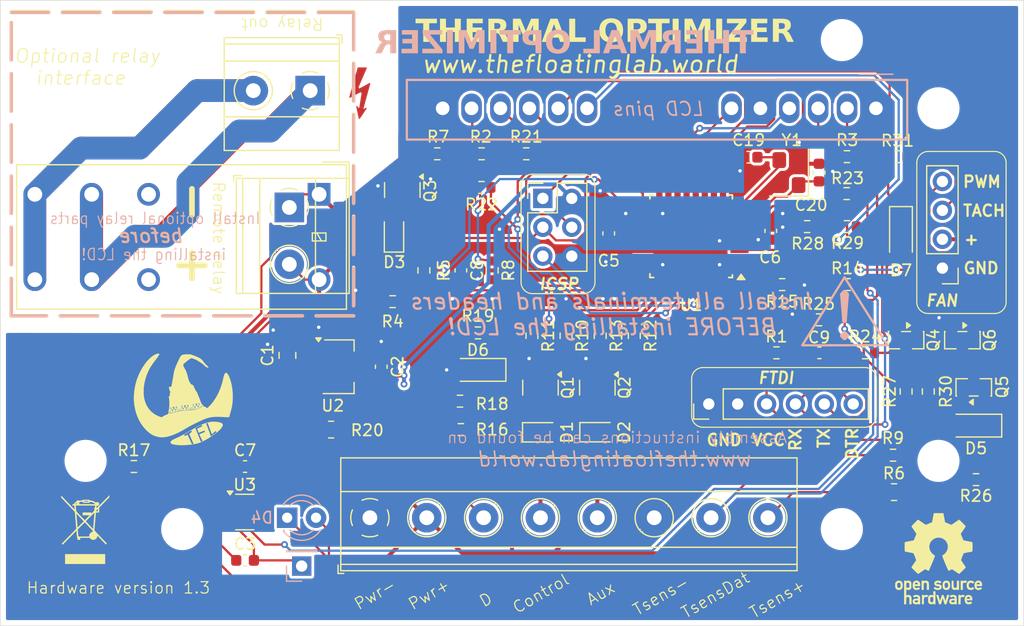
<source format=kicad_pcb>
(kicad_pcb
	(version 20241229)
	(generator "pcbnew")
	(generator_version "9.0")
	(general
		(thickness 1.6)
		(legacy_teardrops no)
	)
	(paper "A4")
	(layers
		(0 "F.Cu" signal)
		(2 "B.Cu" signal)
		(9 "F.Adhes" user "F.Adhesive")
		(11 "B.Adhes" user "B.Adhesive")
		(13 "F.Paste" user)
		(15 "B.Paste" user)
		(5 "F.SilkS" user "F.Silkscreen")
		(7 "B.SilkS" user "B.Silkscreen")
		(1 "F.Mask" user)
		(3 "B.Mask" user)
		(17 "Dwgs.User" user "User.Drawings")
		(19 "Cmts.User" user "User.Comments")
		(21 "Eco1.User" user "User.Eco1")
		(23 "Eco2.User" user "User.Eco2")
		(25 "Edge.Cuts" user)
		(27 "Margin" user)
		(31 "F.CrtYd" user "F.Courtyard")
		(29 "B.CrtYd" user "B.Courtyard")
		(35 "F.Fab" user)
		(33 "B.Fab" user)
		(39 "User.1" user)
		(41 "User.2" user)
		(43 "User.3" user)
		(45 "User.4" user)
		(47 "User.5" user)
		(49 "User.6" user)
		(51 "User.7" user)
		(53 "User.8" user)
		(55 "User.9" user)
	)
	(setup
		(pad_to_mask_clearance 0)
		(allow_soldermask_bridges_in_footprints no)
		(tenting front back)
		(pcbplotparams
			(layerselection 0x00000000_00000000_55555555_5755f5ff)
			(plot_on_all_layers_selection 0x00000000_00000000_00000000_00000000)
			(disableapertmacros no)
			(usegerberextensions yes)
			(usegerberattributes no)
			(usegerberadvancedattributes no)
			(creategerberjobfile no)
			(dashed_line_dash_ratio 12.000000)
			(dashed_line_gap_ratio 3.000000)
			(svgprecision 4)
			(plotframeref no)
			(mode 1)
			(useauxorigin no)
			(hpglpennumber 1)
			(hpglpenspeed 20)
			(hpglpendiameter 15.000000)
			(pdf_front_fp_property_popups yes)
			(pdf_back_fp_property_popups yes)
			(pdf_metadata yes)
			(pdf_single_document no)
			(dxfpolygonmode yes)
			(dxfimperialunits yes)
			(dxfusepcbnewfont yes)
			(psnegative no)
			(psa4output no)
			(plot_black_and_white yes)
			(sketchpadsonfab no)
			(plotpadnumbers no)
			(hidednponfab no)
			(sketchdnponfab yes)
			(crossoutdnponfab yes)
			(subtractmaskfromsilk yes)
			(outputformat 1)
			(mirror no)
			(drillshape 0)
			(scaleselection 1)
			(outputdirectory "")
		)
	)
	(net 0 "")
	(net 1 "Net-(D3-A)")
	(net 2 "Net-(D1-A)")
	(net 3 "Net-(D2-A)")
	(net 4 "GND")
	(net 5 "Vin")
	(net 6 "Net-(U2-VIN)")
	(net 7 "Net-(U1-PB2)")
	(net 8 "Net-(J1-Pin_5)")
	(net 9 "Net-(J1-Pin_4)")
	(net 10 "Net-(M1-Backlight_+)")
	(net 11 "Net-(M1-Contrast)")
	(net 12 "Net-(U1-PC1)")
	(net 13 "Net-(J3-Pin_8)")
	(net 14 "Net-(Q1-G)")
	(net 15 "Net-(U1-PC3)")
	(net 16 "Net-(Q2-G)")
	(net 17 "Net-(Q3-G)")
	(net 18 "Net-(U1-PC4)")
	(net 19 "Net-(D6-K)")
	(net 20 "Net-(D4-A)")
	(net 21 "Net-(J1-Pin_3)")
	(net 22 "Net-(J1-Pin_1)")
	(net 23 "Net-(J2-Pin_1)")
	(net 24 "unconnected-(U3-Toggle-Pad6)")
	(net 25 "Net-(U1-PD2)")
	(net 26 "Net-(J7-Pin_3)")
	(net 27 "Net-(U1-AREF)")
	(net 28 "PD0")
	(net 29 "Net-(M1-D5)")
	(net 30 "Net-(M1-D6)")
	(net 31 "Net-(M1-D7)")
	(net 32 "Net-(M1-D4)")
	(net 33 "Net-(M1-EN)")
	(net 34 "Net-(M1-RS)")
	(net 35 "Net-(J5-Pin_6)")
	(net 36 "Net-(J3-Pin_7)")
	(net 37 "Net-(R2-Pad2)")
	(net 38 "Net-(R22-Pad1)")
	(net 39 "Net-(U1-PC0)")
	(net 40 "Net-(U1-PD3)")
	(net 41 "Net-(U1-PE1)")
	(net 42 "Net-(J3-Pin_3)")
	(net 43 "Net-(J4-Pin_2)")
	(net 44 "Net-(J4-Pin_1)")
	(net 45 "unconnected-(K1-Pad12)")
	(net 46 "Net-(J1-Pin_2)")
	(net 47 "Net-(D4-K)")
	(net 48 "Net-(Q4-G)")
	(net 49 "PD1")
	(net 50 "Net-(D5-A)")
	(net 51 "Net-(J7-Pin_4)")
	(net 52 "FPWM")
	(net 53 "Net-(Q6-G)")
	(net 54 "Net-(Q6-D)")
	(net 55 "Net-(J7-Pin_2)")
	(net 56 "Y1")
	(net 57 "Y2")
	(footprint "Capacitor_SMD:C_0603_1608Metric" (layer "F.Cu") (at 167.75 80.25 -90))
	(footprint "Diode_SMD:D_SOD-323" (layer "F.Cu") (at 179.8225 94.48))
	(footprint "Symbol:OSHW-Logo_7.5x8mm_SilkScreen" (layer "F.Cu") (at 209.75 105.6))
	(footprint "Capacitor_SMD:C_0603_1608Metric" (layer "F.Cu") (at 148.775 105.75 180))
	(footprint "Resistor_SMD:R_0603_1608Metric" (layer "F.Cu") (at 206.9 90.9 90))
	(footprint "Resistor_SMD:R_0603_1608Metric" (layer "F.Cu") (at 199.25 84.6 180))
	(footprint "Connector_PinHeader_2.54mm:PinHeader_1x06_P2.54mm_Vertical" (layer "F.Cu") (at 189.55 92 90))
	(footprint "Capacitor_SMD:C_0603_1608Metric" (layer "F.Cu") (at 160.75 88.725 -90))
	(footprint "Capacitor_SMD:C_0805_2012Metric" (layer "F.Cu") (at 152.5 87.725 -90))
	(footprint "Package_QFP:TQFP-32_7x7mm_P0.8mm" (layer "F.Cu") (at 188 77.25 180))
	(footprint "logos:tfl-logo09mm" (layer "F.Cu") (at 143.35 91.65))
	(footprint "Resistor_SMD:R_0603_1608Metric" (layer "F.Cu") (at 165.675 70 180))
	(footprint "MountingHole:MountingHole_3.2mm_M3_DIN965" (layer "F.Cu") (at 143.25 60))
	(footprint "Resistor_SMD:R_0603_1608Metric" (layer "F.Cu") (at 164.5 80.25 90))
	(footprint "Resistor_SMD:R_0603_1608Metric" (layer "F.Cu") (at 174 86 -90))
	(footprint "Package_TO_SOT_SMD:SOT-23" (layer "F.Cu") (at 211.85 86.3875 -90))
	(footprint "Resistor_SMD:R_0805_2012Metric" (layer "F.Cu") (at 205.8375 99.75))
	(footprint "Resistor_SMD:R_0603_1608Metric" (layer "F.Cu") (at 203.3 87.5))
	(footprint "Diode_SMD:D_SOD-123" (layer "F.Cu") (at 212.95 93.9 180))
	(footprint "Symbol:WEEE-Logo_4.2x6mm_SilkScreen" (layer "F.Cu") (at 134.72 103.05))
	(footprint "Resistor_SMD:R_0603_1608Metric" (layer "F.Cu") (at 198.2 76.4 180))
	(footprint "Resistor_SMD:R_0603_1608Metric" (layer "F.Cu") (at 167.675 91.75 180))
	(footprint "Resistor_SMD:R_0603_1608Metric" (layer "F.Cu") (at 201.7 76.4))
	(footprint "Capacitor_SMD:C_0603_1608Metric"
		(layer "F.Cu")
		(uuid "69f2b3d4-6772-4066-a9e8-b5db05c3b1f3")
		(at 180.75 77 90)
		(descr "Capacitor SMD 0603 (1608 Metric), square (rectangular) end terminal, IPC_7351 nominal, (Body size source: IPC-SM-782 page 76, https://www.pcb-3d.com/wordpress/wp-content/uploads/ipc-sm-782a_amendment_1_and_2.pdf), generated with kicad-footprint-generator")
		(tags "capacitor")
		(property "Reference" "C5"
			(at -2.4 0 0)
			(layer "F.SilkS")
			(uuid "6d4ac260-e5b2-4d2d-8e77-e9d2f2c00df8")
			(effects
				(font
					(size 1 1)
					(thickness 0.15)
				)
			)
		)
		(property "Value" "100nF"
			(at 0 1.43 270)
			(layer "F.Fab")
			(uuid "c6dfb4da-2b5d-48ea-bfdd-df1044dcaa83")
			(effects
				(font
					(size 1 1)
					(thickness 0.15)
				)
			)
		)
		(property "Datasheet" "~"
			(at 0 0 90)
			(unlocked yes)
			(layer "F.Fab")
			(hide yes)
			(uuid "7f39c9d9-017e-4c3b-afaa-8afcaea1069f")
			(effects
				(font
					(size 1.27 1.27)
					(thickness 0.15)
				)
			)
		)
		(property "Description" "Unpolarized capacitor, small symbol"
			(at 0 0 90)
			(unlocked yes)
			(layer "F.Fab")
			(hide yes)
			(uuid "d4cb0a72-2ece-42c1-9a1a-1f48344109ab")
			(effects
				(font
					(size 1.27 1.27)
					(thickness 0.15)
				)
			)
		)
		(property "LCSC" "C14663"
			(at 0 0 90)
			(unlocked yes)
			(layer "F.Fab")
			(hide yes)
			(uuid "bc5c353c-8f75-4c2c-8dee-8bc11cabb13f")
			(effects
				(font
					(size 1 1)
					(thickness 0.15)
				)
			)
		)
		(property ki_fp_filters "C_*")
		(path "/5c58346d-7847-4469-ac00-168464256022")
		(sheetname "/")
		(sheetfile "ThermalOptimizer.kicad_sch")
		(attr smd)
		(fp_line
			(start -0.14058 -0.51)
			(end 0.14058 -0.51)
			(stroke
				(width 0.12)
				(type solid)
			)
			(layer "F.SilkS")
			(uuid "f371f643-343f-4fdf-86d0-2fe7cd95d3eb")
		)
		(fp_line
			(start -0.14058 0.51)
			(end 0.14058 0.51)
			(stroke
				(width 0.12)
				(type solid)
			)
			(layer "F.SilkS")
			(uuid "947d32d2-c87d-4817-891b-ffe147fe4eee")
		)
		(fp_line
			(start 1.48 -0.73)
			(end 1.48 0.73)
			(stroke
				(width 0.05)
				(type solid)
			)
			(layer "F.CrtYd")
			(uuid "19a6d17d-fbc0-4fda-80d2-cea0025b85e8")
		)
		(fp_line
			(start -1.48 -0.73)
			(end 1.48 -0.73)
			(stroke
				(width 0.05)
				(type solid)
			)
			(layer "F.CrtYd")
			(uuid "49dd09ed-2300-447a-82da-acd3ccf9bf3d")
		)
		(fp_line
			(start 1.48 0.73)
			(end -1.48 0.73)
			(stroke
				(width 0.05)
				(type solid)
			)
			(layer "F.CrtYd")
			(uuid "8f3e1214-41c1-4229-906a-246777c7fa81")
		)
		(fp_line
			(start -1.4
... [574553 chars truncated]
</source>
